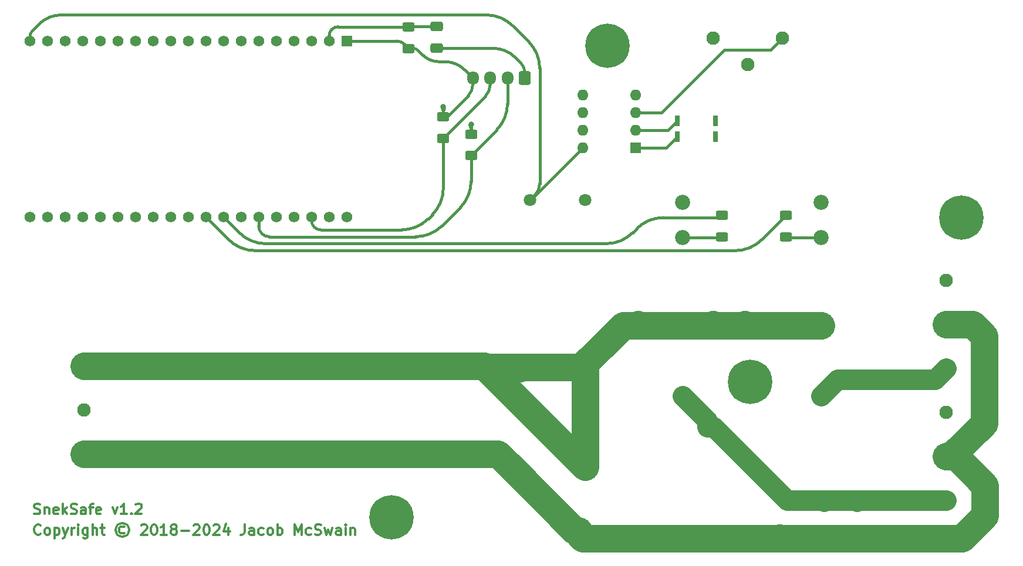
<source format=gtl>
G04 #@! TF.GenerationSoftware,KiCad,Pcbnew,8.0.1*
G04 #@! TF.CreationDate,2024-04-01T00:43:30-05:00*
G04 #@! TF.ProjectId,sneksafe,736e656b-7361-4666-952e-6b696361645f,rev?*
G04 #@! TF.SameCoordinates,Original*
G04 #@! TF.FileFunction,Copper,L1,Top*
G04 #@! TF.FilePolarity,Positive*
%FSLAX46Y46*%
G04 Gerber Fmt 4.6, Leading zero omitted, Abs format (unit mm)*
G04 Created by KiCad (PCBNEW 8.0.1) date 2024-04-01 00:43:30*
%MOMM*%
%LPD*%
G01*
G04 APERTURE LIST*
G04 Aperture macros list*
%AMRoundRect*
0 Rectangle with rounded corners*
0 $1 Rounding radius*
0 $2 $3 $4 $5 $6 $7 $8 $9 X,Y pos of 4 corners*
0 Add a 4 corners polygon primitive as box body*
4,1,4,$2,$3,$4,$5,$6,$7,$8,$9,$2,$3,0*
0 Add four circle primitives for the rounded corners*
1,1,$1+$1,$2,$3*
1,1,$1+$1,$4,$5*
1,1,$1+$1,$6,$7*
1,1,$1+$1,$8,$9*
0 Add four rect primitives between the rounded corners*
20,1,$1+$1,$2,$3,$4,$5,0*
20,1,$1+$1,$4,$5,$6,$7,0*
20,1,$1+$1,$6,$7,$8,$9,0*
20,1,$1+$1,$8,$9,$2,$3,0*%
G04 Aperture macros list end*
%ADD10C,0.300000*%
G04 #@! TA.AperFunction,NonConductor*
%ADD11C,0.300000*%
G04 #@! TD*
G04 #@! TA.AperFunction,SMDPad,CuDef*
%ADD12RoundRect,0.250000X0.625000X-0.400000X0.625000X0.400000X-0.625000X0.400000X-0.625000X-0.400000X0*%
G04 #@! TD*
G04 #@! TA.AperFunction,ComponentPad*
%ADD13R,1.560000X1.560000*%
G04 #@! TD*
G04 #@! TA.AperFunction,ComponentPad*
%ADD14C,1.560000*%
G04 #@! TD*
G04 #@! TA.AperFunction,SMDPad,CuDef*
%ADD15RoundRect,0.250000X-0.625000X0.400000X-0.625000X-0.400000X0.625000X-0.400000X0.625000X0.400000X0*%
G04 #@! TD*
G04 #@! TA.AperFunction,ComponentPad*
%ADD16C,0.800000*%
G04 #@! TD*
G04 #@! TA.AperFunction,ComponentPad*
%ADD17C,6.400000*%
G04 #@! TD*
G04 #@! TA.AperFunction,ComponentPad*
%ADD18C,1.950000*%
G04 #@! TD*
G04 #@! TA.AperFunction,ComponentPad*
%ADD19R,1.600000X1.600000*%
G04 #@! TD*
G04 #@! TA.AperFunction,ComponentPad*
%ADD20O,1.600000X1.600000*%
G04 #@! TD*
G04 #@! TA.AperFunction,ComponentPad*
%ADD21R,1.800000X1.800000*%
G04 #@! TD*
G04 #@! TA.AperFunction,ComponentPad*
%ADD22C,1.800000*%
G04 #@! TD*
G04 #@! TA.AperFunction,SMDPad,CuDef*
%ADD23R,0.700000X1.600000*%
G04 #@! TD*
G04 #@! TA.AperFunction,ComponentPad*
%ADD24RoundRect,0.250000X0.600000X0.725000X-0.600000X0.725000X-0.600000X-0.725000X0.600000X-0.725000X0*%
G04 #@! TD*
G04 #@! TA.AperFunction,ComponentPad*
%ADD25O,1.700000X1.950000*%
G04 #@! TD*
G04 #@! TA.AperFunction,ComponentPad*
%ADD26C,2.175000*%
G04 #@! TD*
G04 #@! TA.AperFunction,SMDPad,CuDef*
%ADD27RoundRect,0.250000X-0.650000X0.412500X-0.650000X-0.412500X0.650000X-0.412500X0.650000X0.412500X0*%
G04 #@! TD*
G04 #@! TA.AperFunction,ViaPad*
%ADD28C,0.800000*%
G04 #@! TD*
G04 #@! TA.AperFunction,Conductor*
%ADD29C,3.000000*%
G04 #@! TD*
G04 #@! TA.AperFunction,Conductor*
%ADD30C,4.000000*%
G04 #@! TD*
G04 #@! TA.AperFunction,Conductor*
%ADD31C,0.400000*%
G04 #@! TD*
G04 APERTURE END LIST*
D10*
D11*
X84411653Y-141657971D02*
X84340225Y-141729400D01*
X84340225Y-141729400D02*
X84125939Y-141800828D01*
X84125939Y-141800828D02*
X83983082Y-141800828D01*
X83983082Y-141800828D02*
X83768796Y-141729400D01*
X83768796Y-141729400D02*
X83625939Y-141586542D01*
X83625939Y-141586542D02*
X83554510Y-141443685D01*
X83554510Y-141443685D02*
X83483082Y-141157971D01*
X83483082Y-141157971D02*
X83483082Y-140943685D01*
X83483082Y-140943685D02*
X83554510Y-140657971D01*
X83554510Y-140657971D02*
X83625939Y-140515114D01*
X83625939Y-140515114D02*
X83768796Y-140372257D01*
X83768796Y-140372257D02*
X83983082Y-140300828D01*
X83983082Y-140300828D02*
X84125939Y-140300828D01*
X84125939Y-140300828D02*
X84340225Y-140372257D01*
X84340225Y-140372257D02*
X84411653Y-140443685D01*
X85268796Y-141800828D02*
X85125939Y-141729400D01*
X85125939Y-141729400D02*
X85054510Y-141657971D01*
X85054510Y-141657971D02*
X84983082Y-141515114D01*
X84983082Y-141515114D02*
X84983082Y-141086542D01*
X84983082Y-141086542D02*
X85054510Y-140943685D01*
X85054510Y-140943685D02*
X85125939Y-140872257D01*
X85125939Y-140872257D02*
X85268796Y-140800828D01*
X85268796Y-140800828D02*
X85483082Y-140800828D01*
X85483082Y-140800828D02*
X85625939Y-140872257D01*
X85625939Y-140872257D02*
X85697368Y-140943685D01*
X85697368Y-140943685D02*
X85768796Y-141086542D01*
X85768796Y-141086542D02*
X85768796Y-141515114D01*
X85768796Y-141515114D02*
X85697368Y-141657971D01*
X85697368Y-141657971D02*
X85625939Y-141729400D01*
X85625939Y-141729400D02*
X85483082Y-141800828D01*
X85483082Y-141800828D02*
X85268796Y-141800828D01*
X86411653Y-140800828D02*
X86411653Y-142300828D01*
X86411653Y-140872257D02*
X86554511Y-140800828D01*
X86554511Y-140800828D02*
X86840225Y-140800828D01*
X86840225Y-140800828D02*
X86983082Y-140872257D01*
X86983082Y-140872257D02*
X87054511Y-140943685D01*
X87054511Y-140943685D02*
X87125939Y-141086542D01*
X87125939Y-141086542D02*
X87125939Y-141515114D01*
X87125939Y-141515114D02*
X87054511Y-141657971D01*
X87054511Y-141657971D02*
X86983082Y-141729400D01*
X86983082Y-141729400D02*
X86840225Y-141800828D01*
X86840225Y-141800828D02*
X86554511Y-141800828D01*
X86554511Y-141800828D02*
X86411653Y-141729400D01*
X87625939Y-140800828D02*
X87983082Y-141800828D01*
X88340225Y-140800828D02*
X87983082Y-141800828D01*
X87983082Y-141800828D02*
X87840225Y-142157971D01*
X87840225Y-142157971D02*
X87768796Y-142229400D01*
X87768796Y-142229400D02*
X87625939Y-142300828D01*
X88911653Y-141800828D02*
X88911653Y-140800828D01*
X88911653Y-141086542D02*
X88983082Y-140943685D01*
X88983082Y-140943685D02*
X89054511Y-140872257D01*
X89054511Y-140872257D02*
X89197368Y-140800828D01*
X89197368Y-140800828D02*
X89340225Y-140800828D01*
X89840224Y-141800828D02*
X89840224Y-140800828D01*
X89840224Y-140300828D02*
X89768796Y-140372257D01*
X89768796Y-140372257D02*
X89840224Y-140443685D01*
X89840224Y-140443685D02*
X89911653Y-140372257D01*
X89911653Y-140372257D02*
X89840224Y-140300828D01*
X89840224Y-140300828D02*
X89840224Y-140443685D01*
X91197368Y-140800828D02*
X91197368Y-142015114D01*
X91197368Y-142015114D02*
X91125939Y-142157971D01*
X91125939Y-142157971D02*
X91054510Y-142229400D01*
X91054510Y-142229400D02*
X90911653Y-142300828D01*
X90911653Y-142300828D02*
X90697368Y-142300828D01*
X90697368Y-142300828D02*
X90554510Y-142229400D01*
X91197368Y-141729400D02*
X91054510Y-141800828D01*
X91054510Y-141800828D02*
X90768796Y-141800828D01*
X90768796Y-141800828D02*
X90625939Y-141729400D01*
X90625939Y-141729400D02*
X90554510Y-141657971D01*
X90554510Y-141657971D02*
X90483082Y-141515114D01*
X90483082Y-141515114D02*
X90483082Y-141086542D01*
X90483082Y-141086542D02*
X90554510Y-140943685D01*
X90554510Y-140943685D02*
X90625939Y-140872257D01*
X90625939Y-140872257D02*
X90768796Y-140800828D01*
X90768796Y-140800828D02*
X91054510Y-140800828D01*
X91054510Y-140800828D02*
X91197368Y-140872257D01*
X91911653Y-141800828D02*
X91911653Y-140300828D01*
X92554511Y-141800828D02*
X92554511Y-141015114D01*
X92554511Y-141015114D02*
X92483082Y-140872257D01*
X92483082Y-140872257D02*
X92340225Y-140800828D01*
X92340225Y-140800828D02*
X92125939Y-140800828D01*
X92125939Y-140800828D02*
X91983082Y-140872257D01*
X91983082Y-140872257D02*
X91911653Y-140943685D01*
X93054511Y-140800828D02*
X93625939Y-140800828D01*
X93268796Y-140300828D02*
X93268796Y-141586542D01*
X93268796Y-141586542D02*
X93340225Y-141729400D01*
X93340225Y-141729400D02*
X93483082Y-141800828D01*
X93483082Y-141800828D02*
X93625939Y-141800828D01*
X96483082Y-140657971D02*
X96340225Y-140586542D01*
X96340225Y-140586542D02*
X96054511Y-140586542D01*
X96054511Y-140586542D02*
X95911654Y-140657971D01*
X95911654Y-140657971D02*
X95768796Y-140800828D01*
X95768796Y-140800828D02*
X95697368Y-140943685D01*
X95697368Y-140943685D02*
X95697368Y-141229400D01*
X95697368Y-141229400D02*
X95768796Y-141372257D01*
X95768796Y-141372257D02*
X95911654Y-141515114D01*
X95911654Y-141515114D02*
X96054511Y-141586542D01*
X96054511Y-141586542D02*
X96340225Y-141586542D01*
X96340225Y-141586542D02*
X96483082Y-141515114D01*
X96197368Y-140086542D02*
X95840225Y-140157971D01*
X95840225Y-140157971D02*
X95483082Y-140372257D01*
X95483082Y-140372257D02*
X95268796Y-140729400D01*
X95268796Y-140729400D02*
X95197368Y-141086542D01*
X95197368Y-141086542D02*
X95268796Y-141443685D01*
X95268796Y-141443685D02*
X95483082Y-141800828D01*
X95483082Y-141800828D02*
X95840225Y-142015114D01*
X95840225Y-142015114D02*
X96197368Y-142086542D01*
X96197368Y-142086542D02*
X96554511Y-142015114D01*
X96554511Y-142015114D02*
X96911654Y-141800828D01*
X96911654Y-141800828D02*
X97125939Y-141443685D01*
X97125939Y-141443685D02*
X97197368Y-141086542D01*
X97197368Y-141086542D02*
X97125939Y-140729400D01*
X97125939Y-140729400D02*
X96911654Y-140372257D01*
X96911654Y-140372257D02*
X96554511Y-140157971D01*
X96554511Y-140157971D02*
X96197368Y-140086542D01*
X98911654Y-140443685D02*
X98983082Y-140372257D01*
X98983082Y-140372257D02*
X99125940Y-140300828D01*
X99125940Y-140300828D02*
X99483082Y-140300828D01*
X99483082Y-140300828D02*
X99625940Y-140372257D01*
X99625940Y-140372257D02*
X99697368Y-140443685D01*
X99697368Y-140443685D02*
X99768797Y-140586542D01*
X99768797Y-140586542D02*
X99768797Y-140729400D01*
X99768797Y-140729400D02*
X99697368Y-140943685D01*
X99697368Y-140943685D02*
X98840225Y-141800828D01*
X98840225Y-141800828D02*
X99768797Y-141800828D01*
X100697368Y-140300828D02*
X100840225Y-140300828D01*
X100840225Y-140300828D02*
X100983082Y-140372257D01*
X100983082Y-140372257D02*
X101054511Y-140443685D01*
X101054511Y-140443685D02*
X101125939Y-140586542D01*
X101125939Y-140586542D02*
X101197368Y-140872257D01*
X101197368Y-140872257D02*
X101197368Y-141229400D01*
X101197368Y-141229400D02*
X101125939Y-141515114D01*
X101125939Y-141515114D02*
X101054511Y-141657971D01*
X101054511Y-141657971D02*
X100983082Y-141729400D01*
X100983082Y-141729400D02*
X100840225Y-141800828D01*
X100840225Y-141800828D02*
X100697368Y-141800828D01*
X100697368Y-141800828D02*
X100554511Y-141729400D01*
X100554511Y-141729400D02*
X100483082Y-141657971D01*
X100483082Y-141657971D02*
X100411653Y-141515114D01*
X100411653Y-141515114D02*
X100340225Y-141229400D01*
X100340225Y-141229400D02*
X100340225Y-140872257D01*
X100340225Y-140872257D02*
X100411653Y-140586542D01*
X100411653Y-140586542D02*
X100483082Y-140443685D01*
X100483082Y-140443685D02*
X100554511Y-140372257D01*
X100554511Y-140372257D02*
X100697368Y-140300828D01*
X102625939Y-141800828D02*
X101768796Y-141800828D01*
X102197367Y-141800828D02*
X102197367Y-140300828D01*
X102197367Y-140300828D02*
X102054510Y-140515114D01*
X102054510Y-140515114D02*
X101911653Y-140657971D01*
X101911653Y-140657971D02*
X101768796Y-140729400D01*
X103483081Y-140943685D02*
X103340224Y-140872257D01*
X103340224Y-140872257D02*
X103268795Y-140800828D01*
X103268795Y-140800828D02*
X103197367Y-140657971D01*
X103197367Y-140657971D02*
X103197367Y-140586542D01*
X103197367Y-140586542D02*
X103268795Y-140443685D01*
X103268795Y-140443685D02*
X103340224Y-140372257D01*
X103340224Y-140372257D02*
X103483081Y-140300828D01*
X103483081Y-140300828D02*
X103768795Y-140300828D01*
X103768795Y-140300828D02*
X103911653Y-140372257D01*
X103911653Y-140372257D02*
X103983081Y-140443685D01*
X103983081Y-140443685D02*
X104054510Y-140586542D01*
X104054510Y-140586542D02*
X104054510Y-140657971D01*
X104054510Y-140657971D02*
X103983081Y-140800828D01*
X103983081Y-140800828D02*
X103911653Y-140872257D01*
X103911653Y-140872257D02*
X103768795Y-140943685D01*
X103768795Y-140943685D02*
X103483081Y-140943685D01*
X103483081Y-140943685D02*
X103340224Y-141015114D01*
X103340224Y-141015114D02*
X103268795Y-141086542D01*
X103268795Y-141086542D02*
X103197367Y-141229400D01*
X103197367Y-141229400D02*
X103197367Y-141515114D01*
X103197367Y-141515114D02*
X103268795Y-141657971D01*
X103268795Y-141657971D02*
X103340224Y-141729400D01*
X103340224Y-141729400D02*
X103483081Y-141800828D01*
X103483081Y-141800828D02*
X103768795Y-141800828D01*
X103768795Y-141800828D02*
X103911653Y-141729400D01*
X103911653Y-141729400D02*
X103983081Y-141657971D01*
X103983081Y-141657971D02*
X104054510Y-141515114D01*
X104054510Y-141515114D02*
X104054510Y-141229400D01*
X104054510Y-141229400D02*
X103983081Y-141086542D01*
X103983081Y-141086542D02*
X103911653Y-141015114D01*
X103911653Y-141015114D02*
X103768795Y-140943685D01*
X104697366Y-141229400D02*
X105840224Y-141229400D01*
X106483081Y-140443685D02*
X106554509Y-140372257D01*
X106554509Y-140372257D02*
X106697367Y-140300828D01*
X106697367Y-140300828D02*
X107054509Y-140300828D01*
X107054509Y-140300828D02*
X107197367Y-140372257D01*
X107197367Y-140372257D02*
X107268795Y-140443685D01*
X107268795Y-140443685D02*
X107340224Y-140586542D01*
X107340224Y-140586542D02*
X107340224Y-140729400D01*
X107340224Y-140729400D02*
X107268795Y-140943685D01*
X107268795Y-140943685D02*
X106411652Y-141800828D01*
X106411652Y-141800828D02*
X107340224Y-141800828D01*
X108268795Y-140300828D02*
X108411652Y-140300828D01*
X108411652Y-140300828D02*
X108554509Y-140372257D01*
X108554509Y-140372257D02*
X108625938Y-140443685D01*
X108625938Y-140443685D02*
X108697366Y-140586542D01*
X108697366Y-140586542D02*
X108768795Y-140872257D01*
X108768795Y-140872257D02*
X108768795Y-141229400D01*
X108768795Y-141229400D02*
X108697366Y-141515114D01*
X108697366Y-141515114D02*
X108625938Y-141657971D01*
X108625938Y-141657971D02*
X108554509Y-141729400D01*
X108554509Y-141729400D02*
X108411652Y-141800828D01*
X108411652Y-141800828D02*
X108268795Y-141800828D01*
X108268795Y-141800828D02*
X108125938Y-141729400D01*
X108125938Y-141729400D02*
X108054509Y-141657971D01*
X108054509Y-141657971D02*
X107983080Y-141515114D01*
X107983080Y-141515114D02*
X107911652Y-141229400D01*
X107911652Y-141229400D02*
X107911652Y-140872257D01*
X107911652Y-140872257D02*
X107983080Y-140586542D01*
X107983080Y-140586542D02*
X108054509Y-140443685D01*
X108054509Y-140443685D02*
X108125938Y-140372257D01*
X108125938Y-140372257D02*
X108268795Y-140300828D01*
X109340223Y-140443685D02*
X109411651Y-140372257D01*
X109411651Y-140372257D02*
X109554509Y-140300828D01*
X109554509Y-140300828D02*
X109911651Y-140300828D01*
X109911651Y-140300828D02*
X110054509Y-140372257D01*
X110054509Y-140372257D02*
X110125937Y-140443685D01*
X110125937Y-140443685D02*
X110197366Y-140586542D01*
X110197366Y-140586542D02*
X110197366Y-140729400D01*
X110197366Y-140729400D02*
X110125937Y-140943685D01*
X110125937Y-140943685D02*
X109268794Y-141800828D01*
X109268794Y-141800828D02*
X110197366Y-141800828D01*
X111483080Y-140800828D02*
X111483080Y-141800828D01*
X111125937Y-140229400D02*
X110768794Y-141300828D01*
X110768794Y-141300828D02*
X111697365Y-141300828D01*
X113840222Y-140300828D02*
X113840222Y-141372257D01*
X113840222Y-141372257D02*
X113768793Y-141586542D01*
X113768793Y-141586542D02*
X113625936Y-141729400D01*
X113625936Y-141729400D02*
X113411650Y-141800828D01*
X113411650Y-141800828D02*
X113268793Y-141800828D01*
X115197365Y-141800828D02*
X115197365Y-141015114D01*
X115197365Y-141015114D02*
X115125936Y-140872257D01*
X115125936Y-140872257D02*
X114983079Y-140800828D01*
X114983079Y-140800828D02*
X114697365Y-140800828D01*
X114697365Y-140800828D02*
X114554507Y-140872257D01*
X115197365Y-141729400D02*
X115054507Y-141800828D01*
X115054507Y-141800828D02*
X114697365Y-141800828D01*
X114697365Y-141800828D02*
X114554507Y-141729400D01*
X114554507Y-141729400D02*
X114483079Y-141586542D01*
X114483079Y-141586542D02*
X114483079Y-141443685D01*
X114483079Y-141443685D02*
X114554507Y-141300828D01*
X114554507Y-141300828D02*
X114697365Y-141229400D01*
X114697365Y-141229400D02*
X115054507Y-141229400D01*
X115054507Y-141229400D02*
X115197365Y-141157971D01*
X116554508Y-141729400D02*
X116411650Y-141800828D01*
X116411650Y-141800828D02*
X116125936Y-141800828D01*
X116125936Y-141800828D02*
X115983079Y-141729400D01*
X115983079Y-141729400D02*
X115911650Y-141657971D01*
X115911650Y-141657971D02*
X115840222Y-141515114D01*
X115840222Y-141515114D02*
X115840222Y-141086542D01*
X115840222Y-141086542D02*
X115911650Y-140943685D01*
X115911650Y-140943685D02*
X115983079Y-140872257D01*
X115983079Y-140872257D02*
X116125936Y-140800828D01*
X116125936Y-140800828D02*
X116411650Y-140800828D01*
X116411650Y-140800828D02*
X116554508Y-140872257D01*
X117411650Y-141800828D02*
X117268793Y-141729400D01*
X117268793Y-141729400D02*
X117197364Y-141657971D01*
X117197364Y-141657971D02*
X117125936Y-141515114D01*
X117125936Y-141515114D02*
X117125936Y-141086542D01*
X117125936Y-141086542D02*
X117197364Y-140943685D01*
X117197364Y-140943685D02*
X117268793Y-140872257D01*
X117268793Y-140872257D02*
X117411650Y-140800828D01*
X117411650Y-140800828D02*
X117625936Y-140800828D01*
X117625936Y-140800828D02*
X117768793Y-140872257D01*
X117768793Y-140872257D02*
X117840222Y-140943685D01*
X117840222Y-140943685D02*
X117911650Y-141086542D01*
X117911650Y-141086542D02*
X117911650Y-141515114D01*
X117911650Y-141515114D02*
X117840222Y-141657971D01*
X117840222Y-141657971D02*
X117768793Y-141729400D01*
X117768793Y-141729400D02*
X117625936Y-141800828D01*
X117625936Y-141800828D02*
X117411650Y-141800828D01*
X118554507Y-141800828D02*
X118554507Y-140300828D01*
X118554507Y-140872257D02*
X118697365Y-140800828D01*
X118697365Y-140800828D02*
X118983079Y-140800828D01*
X118983079Y-140800828D02*
X119125936Y-140872257D01*
X119125936Y-140872257D02*
X119197365Y-140943685D01*
X119197365Y-140943685D02*
X119268793Y-141086542D01*
X119268793Y-141086542D02*
X119268793Y-141515114D01*
X119268793Y-141515114D02*
X119197365Y-141657971D01*
X119197365Y-141657971D02*
X119125936Y-141729400D01*
X119125936Y-141729400D02*
X118983079Y-141800828D01*
X118983079Y-141800828D02*
X118697365Y-141800828D01*
X118697365Y-141800828D02*
X118554507Y-141729400D01*
X121054507Y-141800828D02*
X121054507Y-140300828D01*
X121054507Y-140300828D02*
X121554507Y-141372257D01*
X121554507Y-141372257D02*
X122054507Y-140300828D01*
X122054507Y-140300828D02*
X122054507Y-141800828D01*
X123411651Y-141729400D02*
X123268793Y-141800828D01*
X123268793Y-141800828D02*
X122983079Y-141800828D01*
X122983079Y-141800828D02*
X122840222Y-141729400D01*
X122840222Y-141729400D02*
X122768793Y-141657971D01*
X122768793Y-141657971D02*
X122697365Y-141515114D01*
X122697365Y-141515114D02*
X122697365Y-141086542D01*
X122697365Y-141086542D02*
X122768793Y-140943685D01*
X122768793Y-140943685D02*
X122840222Y-140872257D01*
X122840222Y-140872257D02*
X122983079Y-140800828D01*
X122983079Y-140800828D02*
X123268793Y-140800828D01*
X123268793Y-140800828D02*
X123411651Y-140872257D01*
X123983079Y-141729400D02*
X124197365Y-141800828D01*
X124197365Y-141800828D02*
X124554507Y-141800828D01*
X124554507Y-141800828D02*
X124697365Y-141729400D01*
X124697365Y-141729400D02*
X124768793Y-141657971D01*
X124768793Y-141657971D02*
X124840222Y-141515114D01*
X124840222Y-141515114D02*
X124840222Y-141372257D01*
X124840222Y-141372257D02*
X124768793Y-141229400D01*
X124768793Y-141229400D02*
X124697365Y-141157971D01*
X124697365Y-141157971D02*
X124554507Y-141086542D01*
X124554507Y-141086542D02*
X124268793Y-141015114D01*
X124268793Y-141015114D02*
X124125936Y-140943685D01*
X124125936Y-140943685D02*
X124054507Y-140872257D01*
X124054507Y-140872257D02*
X123983079Y-140729400D01*
X123983079Y-140729400D02*
X123983079Y-140586542D01*
X123983079Y-140586542D02*
X124054507Y-140443685D01*
X124054507Y-140443685D02*
X124125936Y-140372257D01*
X124125936Y-140372257D02*
X124268793Y-140300828D01*
X124268793Y-140300828D02*
X124625936Y-140300828D01*
X124625936Y-140300828D02*
X124840222Y-140372257D01*
X125340221Y-140800828D02*
X125625936Y-141800828D01*
X125625936Y-141800828D02*
X125911650Y-141086542D01*
X125911650Y-141086542D02*
X126197364Y-141800828D01*
X126197364Y-141800828D02*
X126483078Y-140800828D01*
X127697365Y-141800828D02*
X127697365Y-141015114D01*
X127697365Y-141015114D02*
X127625936Y-140872257D01*
X127625936Y-140872257D02*
X127483079Y-140800828D01*
X127483079Y-140800828D02*
X127197365Y-140800828D01*
X127197365Y-140800828D02*
X127054507Y-140872257D01*
X127697365Y-141729400D02*
X127554507Y-141800828D01*
X127554507Y-141800828D02*
X127197365Y-141800828D01*
X127197365Y-141800828D02*
X127054507Y-141729400D01*
X127054507Y-141729400D02*
X126983079Y-141586542D01*
X126983079Y-141586542D02*
X126983079Y-141443685D01*
X126983079Y-141443685D02*
X127054507Y-141300828D01*
X127054507Y-141300828D02*
X127197365Y-141229400D01*
X127197365Y-141229400D02*
X127554507Y-141229400D01*
X127554507Y-141229400D02*
X127697365Y-141157971D01*
X128411650Y-141800828D02*
X128411650Y-140800828D01*
X128411650Y-140300828D02*
X128340222Y-140372257D01*
X128340222Y-140372257D02*
X128411650Y-140443685D01*
X128411650Y-140443685D02*
X128483079Y-140372257D01*
X128483079Y-140372257D02*
X128411650Y-140300828D01*
X128411650Y-140300828D02*
X128411650Y-140443685D01*
X129125936Y-140800828D02*
X129125936Y-141800828D01*
X129125936Y-140943685D02*
X129197365Y-140872257D01*
X129197365Y-140872257D02*
X129340222Y-140800828D01*
X129340222Y-140800828D02*
X129554508Y-140800828D01*
X129554508Y-140800828D02*
X129697365Y-140872257D01*
X129697365Y-140872257D02*
X129768794Y-141015114D01*
X129768794Y-141015114D02*
X129768794Y-141800828D01*
D10*
D11*
X83483082Y-138729400D02*
X83697368Y-138800828D01*
X83697368Y-138800828D02*
X84054510Y-138800828D01*
X84054510Y-138800828D02*
X84197368Y-138729400D01*
X84197368Y-138729400D02*
X84268796Y-138657971D01*
X84268796Y-138657971D02*
X84340225Y-138515114D01*
X84340225Y-138515114D02*
X84340225Y-138372257D01*
X84340225Y-138372257D02*
X84268796Y-138229400D01*
X84268796Y-138229400D02*
X84197368Y-138157971D01*
X84197368Y-138157971D02*
X84054510Y-138086542D01*
X84054510Y-138086542D02*
X83768796Y-138015114D01*
X83768796Y-138015114D02*
X83625939Y-137943685D01*
X83625939Y-137943685D02*
X83554510Y-137872257D01*
X83554510Y-137872257D02*
X83483082Y-137729400D01*
X83483082Y-137729400D02*
X83483082Y-137586542D01*
X83483082Y-137586542D02*
X83554510Y-137443685D01*
X83554510Y-137443685D02*
X83625939Y-137372257D01*
X83625939Y-137372257D02*
X83768796Y-137300828D01*
X83768796Y-137300828D02*
X84125939Y-137300828D01*
X84125939Y-137300828D02*
X84340225Y-137372257D01*
X84983081Y-137800828D02*
X84983081Y-138800828D01*
X84983081Y-137943685D02*
X85054510Y-137872257D01*
X85054510Y-137872257D02*
X85197367Y-137800828D01*
X85197367Y-137800828D02*
X85411653Y-137800828D01*
X85411653Y-137800828D02*
X85554510Y-137872257D01*
X85554510Y-137872257D02*
X85625939Y-138015114D01*
X85625939Y-138015114D02*
X85625939Y-138800828D01*
X86911653Y-138729400D02*
X86768796Y-138800828D01*
X86768796Y-138800828D02*
X86483082Y-138800828D01*
X86483082Y-138800828D02*
X86340224Y-138729400D01*
X86340224Y-138729400D02*
X86268796Y-138586542D01*
X86268796Y-138586542D02*
X86268796Y-138015114D01*
X86268796Y-138015114D02*
X86340224Y-137872257D01*
X86340224Y-137872257D02*
X86483082Y-137800828D01*
X86483082Y-137800828D02*
X86768796Y-137800828D01*
X86768796Y-137800828D02*
X86911653Y-137872257D01*
X86911653Y-137872257D02*
X86983082Y-138015114D01*
X86983082Y-138015114D02*
X86983082Y-138157971D01*
X86983082Y-138157971D02*
X86268796Y-138300828D01*
X87625938Y-138800828D02*
X87625938Y-137300828D01*
X87768796Y-138229400D02*
X88197367Y-138800828D01*
X88197367Y-137800828D02*
X87625938Y-138372257D01*
X88768796Y-138729400D02*
X88983082Y-138800828D01*
X88983082Y-138800828D02*
X89340224Y-138800828D01*
X89340224Y-138800828D02*
X89483082Y-138729400D01*
X89483082Y-138729400D02*
X89554510Y-138657971D01*
X89554510Y-138657971D02*
X89625939Y-138515114D01*
X89625939Y-138515114D02*
X89625939Y-138372257D01*
X89625939Y-138372257D02*
X89554510Y-138229400D01*
X89554510Y-138229400D02*
X89483082Y-138157971D01*
X89483082Y-138157971D02*
X89340224Y-138086542D01*
X89340224Y-138086542D02*
X89054510Y-138015114D01*
X89054510Y-138015114D02*
X88911653Y-137943685D01*
X88911653Y-137943685D02*
X88840224Y-137872257D01*
X88840224Y-137872257D02*
X88768796Y-137729400D01*
X88768796Y-137729400D02*
X88768796Y-137586542D01*
X88768796Y-137586542D02*
X88840224Y-137443685D01*
X88840224Y-137443685D02*
X88911653Y-137372257D01*
X88911653Y-137372257D02*
X89054510Y-137300828D01*
X89054510Y-137300828D02*
X89411653Y-137300828D01*
X89411653Y-137300828D02*
X89625939Y-137372257D01*
X90911653Y-138800828D02*
X90911653Y-138015114D01*
X90911653Y-138015114D02*
X90840224Y-137872257D01*
X90840224Y-137872257D02*
X90697367Y-137800828D01*
X90697367Y-137800828D02*
X90411653Y-137800828D01*
X90411653Y-137800828D02*
X90268795Y-137872257D01*
X90911653Y-138729400D02*
X90768795Y-138800828D01*
X90768795Y-138800828D02*
X90411653Y-138800828D01*
X90411653Y-138800828D02*
X90268795Y-138729400D01*
X90268795Y-138729400D02*
X90197367Y-138586542D01*
X90197367Y-138586542D02*
X90197367Y-138443685D01*
X90197367Y-138443685D02*
X90268795Y-138300828D01*
X90268795Y-138300828D02*
X90411653Y-138229400D01*
X90411653Y-138229400D02*
X90768795Y-138229400D01*
X90768795Y-138229400D02*
X90911653Y-138157971D01*
X91411653Y-137800828D02*
X91983081Y-137800828D01*
X91625938Y-138800828D02*
X91625938Y-137515114D01*
X91625938Y-137515114D02*
X91697367Y-137372257D01*
X91697367Y-137372257D02*
X91840224Y-137300828D01*
X91840224Y-137300828D02*
X91983081Y-137300828D01*
X93054510Y-138729400D02*
X92911653Y-138800828D01*
X92911653Y-138800828D02*
X92625939Y-138800828D01*
X92625939Y-138800828D02*
X92483081Y-138729400D01*
X92483081Y-138729400D02*
X92411653Y-138586542D01*
X92411653Y-138586542D02*
X92411653Y-138015114D01*
X92411653Y-138015114D02*
X92483081Y-137872257D01*
X92483081Y-137872257D02*
X92625939Y-137800828D01*
X92625939Y-137800828D02*
X92911653Y-137800828D01*
X92911653Y-137800828D02*
X93054510Y-137872257D01*
X93054510Y-137872257D02*
X93125939Y-138015114D01*
X93125939Y-138015114D02*
X93125939Y-138157971D01*
X93125939Y-138157971D02*
X92411653Y-138300828D01*
X94768795Y-137800828D02*
X95125938Y-138800828D01*
X95125938Y-138800828D02*
X95483081Y-137800828D01*
X96840224Y-138800828D02*
X95983081Y-138800828D01*
X96411652Y-138800828D02*
X96411652Y-137300828D01*
X96411652Y-137300828D02*
X96268795Y-137515114D01*
X96268795Y-137515114D02*
X96125938Y-137657971D01*
X96125938Y-137657971D02*
X95983081Y-137729400D01*
X97483080Y-138657971D02*
X97554509Y-138729400D01*
X97554509Y-138729400D02*
X97483080Y-138800828D01*
X97483080Y-138800828D02*
X97411652Y-138729400D01*
X97411652Y-138729400D02*
X97483080Y-138657971D01*
X97483080Y-138657971D02*
X97483080Y-138800828D01*
X98125938Y-137443685D02*
X98197366Y-137372257D01*
X98197366Y-137372257D02*
X98340224Y-137300828D01*
X98340224Y-137300828D02*
X98697366Y-137300828D01*
X98697366Y-137300828D02*
X98840224Y-137372257D01*
X98840224Y-137372257D02*
X98911652Y-137443685D01*
X98911652Y-137443685D02*
X98983081Y-137586542D01*
X98983081Y-137586542D02*
X98983081Y-137729400D01*
X98983081Y-137729400D02*
X98911652Y-137943685D01*
X98911652Y-137943685D02*
X98054509Y-138800828D01*
X98054509Y-138800828D02*
X98983081Y-138800828D01*
D12*
X142500000Y-84550000D03*
X142500000Y-81450000D03*
X146500000Y-87050000D03*
X146500000Y-83950000D03*
D13*
X128560000Y-70500000D03*
D14*
X126020000Y-70500000D03*
X123480000Y-70500000D03*
X120940000Y-70500000D03*
X118400000Y-70500000D03*
X115860000Y-70500000D03*
X113320000Y-70500000D03*
X110780000Y-70500000D03*
X108240000Y-70500000D03*
X105700000Y-70500000D03*
X103160000Y-70500000D03*
X100620000Y-70500000D03*
X98080000Y-70500000D03*
X95540000Y-70500000D03*
X93000000Y-70500000D03*
X90460000Y-70500000D03*
X87920000Y-70500000D03*
X85380000Y-70500000D03*
X82840000Y-70500000D03*
X128560000Y-95900000D03*
X126020000Y-95900000D03*
X123480000Y-95900000D03*
X120940000Y-95900000D03*
X118400000Y-95900000D03*
X115860000Y-95900000D03*
X113320000Y-95900000D03*
X110780000Y-95900000D03*
X108240000Y-95900000D03*
X105700000Y-95900000D03*
X103160000Y-95900000D03*
X100620000Y-95900000D03*
X98080000Y-95900000D03*
X95540000Y-95900000D03*
X93000000Y-95900000D03*
X90460000Y-95900000D03*
X87920000Y-95900000D03*
X85380000Y-95900000D03*
X82840000Y-95900000D03*
D15*
X137500000Y-68480000D03*
X137500000Y-71580000D03*
X191938500Y-95700000D03*
X191938500Y-98800000D03*
D16*
X184350000Y-119750000D03*
X185052944Y-118052944D03*
X185052944Y-121447056D03*
X186750000Y-117350000D03*
D17*
X186750000Y-119750000D03*
D16*
X186750000Y-122150000D03*
X188447056Y-118052944D03*
X188447056Y-121447056D03*
X189150000Y-119750000D03*
X214850000Y-96000000D03*
X215552944Y-94302944D03*
X215552944Y-97697056D03*
X217250000Y-93600000D03*
D17*
X217250000Y-96000000D03*
D16*
X217250000Y-98400000D03*
X218947056Y-94302944D03*
X218947056Y-97697056D03*
X219650000Y-96000000D03*
X163800000Y-71200000D03*
X164502944Y-69502944D03*
X164502944Y-72897056D03*
X166200000Y-68800000D03*
D17*
X166200000Y-71200000D03*
D16*
X166200000Y-73600000D03*
X167897056Y-69502944D03*
X167897056Y-72897056D03*
X168600000Y-71200000D03*
D18*
X215000000Y-136850000D03*
X215000000Y-130500000D03*
X215000000Y-124150000D03*
X215000000Y-117800000D03*
X215000000Y-111450000D03*
X215000000Y-105100000D03*
D19*
X170220000Y-85940000D03*
D20*
X170220000Y-83400000D03*
X170220000Y-80860000D03*
X170220000Y-78320000D03*
X162600000Y-78320000D03*
X162600000Y-80860000D03*
X162600000Y-83400000D03*
X162600000Y-85940000D03*
D21*
X152250000Y-132000000D03*
D22*
X163000000Y-132000000D03*
X163000000Y-93500000D03*
X155000000Y-93500000D03*
D15*
X182688500Y-95700000D03*
X182688500Y-98800000D03*
D23*
X176250000Y-84350000D03*
X181750000Y-84350000D03*
X181750000Y-82050000D03*
X176250000Y-82050000D03*
D16*
X132600000Y-139250000D03*
X133302944Y-137552944D03*
X133302944Y-140947056D03*
X135000000Y-136850000D03*
D17*
X135000000Y-139250000D03*
D16*
X135000000Y-141650000D03*
X136697056Y-137552944D03*
X136697056Y-140947056D03*
X137400000Y-139250000D03*
D24*
X154250000Y-75850000D03*
D25*
X151750000Y-75850000D03*
X149250000Y-75850000D03*
X146750000Y-75850000D03*
D26*
X177000000Y-121740000D03*
X177000000Y-111580000D03*
X177000000Y-98880000D03*
X177000000Y-93800000D03*
D27*
X141500000Y-68437500D03*
X141500000Y-71562500D03*
D18*
X90650000Y-117395000D03*
X90650000Y-123745000D03*
X90650000Y-130095000D03*
X181400000Y-70100000D03*
X186400000Y-73900000D03*
X191400000Y-70100000D03*
D26*
X197000000Y-121740000D03*
X197000000Y-111580000D03*
X197000000Y-98880000D03*
X197000000Y-93800000D03*
D28*
X207200000Y-136800000D03*
X193200000Y-136800000D03*
X202200000Y-137000000D03*
X180600000Y-126200000D03*
X189800000Y-134400000D03*
X184600000Y-128800000D03*
X187000000Y-131600000D03*
X179000000Y-123400000D03*
X197400000Y-137000000D03*
X94800000Y-117200000D03*
X148600000Y-117600000D03*
X126400000Y-117400000D03*
X170600000Y-111400000D03*
X131200000Y-117400000D03*
X137400000Y-117400000D03*
X154800000Y-123800000D03*
X106600000Y-117400000D03*
X158000000Y-127000000D03*
X158200000Y-117600000D03*
X97400000Y-117200000D03*
X153600000Y-117800000D03*
X143200000Y-117400000D03*
X151400000Y-120400000D03*
X121600000Y-117400000D03*
X162800000Y-127000000D03*
X186000000Y-111400000D03*
X166000000Y-114000000D03*
X101600000Y-117400000D03*
X117200000Y-117400000D03*
X112200000Y-117400000D03*
X162600000Y-122800000D03*
X163000000Y-117200000D03*
X191000000Y-111600000D03*
X174800000Y-111600000D03*
X181400000Y-111400000D03*
X204800000Y-119400000D03*
X210000000Y-119400000D03*
X200600000Y-119600000D03*
X218800000Y-133000000D03*
X142000000Y-130000000D03*
X191000000Y-142200000D03*
X220800000Y-119000000D03*
X198000000Y-142400000D03*
X218600000Y-128000000D03*
X148000000Y-130000000D03*
X106600000Y-130000000D03*
X102800000Y-130200000D03*
X220400000Y-135600000D03*
X125800000Y-130000000D03*
X218600000Y-111800000D03*
X220000000Y-140600000D03*
X134800000Y-130000000D03*
X119000000Y-130000000D03*
X98400000Y-130200000D03*
X178200000Y-142600000D03*
X95000000Y-130400000D03*
X207800000Y-142600000D03*
X220800000Y-123200000D03*
X215400000Y-142600000D03*
X184400000Y-142400000D03*
X221000000Y-114600000D03*
X156000000Y-136200000D03*
X169400000Y-142400000D03*
X162000000Y-141200000D03*
X111800000Y-130200000D03*
X142500000Y-80000000D03*
X146500000Y-82500000D03*
D29*
X202050000Y-136850000D02*
X202200000Y-137000000D01*
X197400000Y-137000000D02*
X197550000Y-136850000D01*
X177000000Y-121740000D02*
X180600000Y-125340000D01*
X202200000Y-137000000D02*
X202350000Y-136850000D01*
X197550000Y-136850000D02*
X202050000Y-136850000D01*
X180600000Y-125340000D02*
X180600000Y-126200000D01*
X192110000Y-136850000D02*
X197250000Y-136850000D01*
X202350000Y-136850000D02*
X215000000Y-136850000D01*
X180600000Y-126200000D02*
X181460000Y-126200000D01*
X197250000Y-136850000D02*
X197400000Y-137000000D01*
X181460000Y-126200000D02*
X192110000Y-136850000D01*
D30*
X158200000Y-117600000D02*
X162400000Y-117600000D01*
X163000000Y-132000000D02*
X148395000Y-117395000D01*
X153800000Y-117600000D02*
X158200000Y-117600000D01*
X162400000Y-117600000D02*
X163000000Y-117000000D01*
X148395000Y-117395000D02*
X90650000Y-117395000D01*
X181400000Y-111400000D02*
X181580000Y-111580000D01*
X166000000Y-114000000D02*
X168420000Y-111580000D01*
X148600000Y-117600000D02*
X153400000Y-117600000D01*
X181220000Y-111580000D02*
X181400000Y-111400000D01*
X153400000Y-117600000D02*
X153600000Y-117800000D01*
X168420000Y-111580000D02*
X170420000Y-111580000D01*
X163000000Y-117000000D02*
X166000000Y-114000000D01*
X153600000Y-117800000D02*
X153800000Y-117600000D01*
X170420000Y-111580000D02*
X170600000Y-111400000D01*
X181580000Y-111580000D02*
X185820000Y-111580000D01*
X186000000Y-111400000D02*
X186180000Y-111580000D01*
X185820000Y-111580000D02*
X186000000Y-111400000D01*
X170600000Y-111400000D02*
X170780000Y-111580000D01*
X170780000Y-111580000D02*
X177000000Y-111580000D01*
X186180000Y-111580000D02*
X197000000Y-111580000D01*
X177000000Y-111580000D02*
X181220000Y-111580000D01*
X163000000Y-132000000D02*
X163000000Y-117000000D01*
D31*
X113053707Y-98173707D02*
X110780000Y-95900000D01*
X182538500Y-95850000D02*
X182688500Y-95700000D01*
X174253963Y-96000000D02*
X182176367Y-96000000D01*
X170406206Y-97593792D02*
X169826292Y-98173707D01*
X116901463Y-99767500D02*
X165978536Y-99767500D01*
X169826292Y-98173707D02*
G75*
G02*
X165978536Y-99767510I-3847792J3847807D01*
G01*
X182538499Y-95849999D02*
G75*
G02*
X182176367Y-95999986I-362099J362099D01*
G01*
X113053708Y-98173706D02*
G75*
G03*
X116901463Y-99767510I3847792J3847806D01*
G01*
X174253963Y-96000000D02*
G75*
G03*
X170406215Y-97593801I37J-5441600D01*
G01*
X149662150Y-71562500D02*
X141500000Y-71562500D01*
X154250000Y-75050000D02*
X154250000Y-75850000D01*
X153684314Y-73684314D02*
X152906250Y-72906250D01*
X153684314Y-73684314D02*
G75*
G02*
X154249991Y-75050000I-1365714J-1365686D01*
G01*
X152906250Y-72906250D02*
G75*
G03*
X149662150Y-71562521I-3244050J-3244050D01*
G01*
D29*
X199340000Y-119400000D02*
X197000000Y-121740000D01*
X213400000Y-119400000D02*
X199340000Y-119400000D01*
X215000000Y-117800000D02*
X213400000Y-119400000D01*
D31*
X111513707Y-99173707D02*
X108240000Y-95900000D01*
X188464792Y-99173707D02*
X191938500Y-95700000D01*
X115361463Y-100767500D02*
X184617036Y-100767500D01*
X188464792Y-99173707D02*
G75*
G02*
X184617036Y-100767510I-3847792J3847807D01*
G01*
X111513708Y-99173706D02*
G75*
G03*
X115361463Y-100767510I3847792J3847806D01*
G01*
D30*
X215685713Y-130500000D02*
X215000000Y-130500000D01*
X162000000Y-141200000D02*
X162000000Y-141750000D01*
X220600000Y-134671825D02*
X220600000Y-139028174D01*
X215000000Y-130500000D02*
X216428175Y-130500000D01*
X161450000Y-141200000D02*
X162000000Y-141200000D01*
X162600000Y-142350000D02*
X190850000Y-142350000D01*
X220500000Y-113100000D02*
X220500000Y-125685713D01*
X162000000Y-141750000D02*
X162600000Y-142350000D01*
X216428175Y-130500000D02*
X220600000Y-134671825D01*
X90650000Y-130095000D02*
X150345000Y-130095000D01*
X191000000Y-142200000D02*
X191150000Y-142350000D01*
X217278174Y-142350000D02*
X220600000Y-139028174D01*
X152250000Y-132000000D02*
X161450000Y-141200000D01*
X215000000Y-111450000D02*
X218850000Y-111450000D01*
X150345000Y-130095000D02*
X152250000Y-132000000D01*
X220500000Y-125685713D02*
X215685713Y-130500000D01*
X191150000Y-142350000D02*
X217278174Y-142350000D01*
X218850000Y-111450000D02*
X220500000Y-113100000D01*
X190850000Y-142350000D02*
X191000000Y-142200000D01*
D31*
X156400000Y-74453963D02*
X156400000Y-91110050D01*
X155000000Y-93500000D02*
X155700000Y-92800000D01*
X82840000Y-69955000D02*
X82840000Y-70500000D01*
X155700000Y-92800000D02*
X155740000Y-92800000D01*
X87380904Y-66750000D02*
X148696036Y-66750000D01*
X154806207Y-70606207D02*
X152543792Y-68343792D01*
X155740000Y-92800000D02*
X162600000Y-85940000D01*
X84169999Y-68079999D02*
X83225373Y-69024626D01*
X152543791Y-68343793D02*
G75*
G03*
X148696036Y-66749990I-3847791J-3847807D01*
G01*
X83225373Y-69024626D02*
G75*
G03*
X82839986Y-69955000I930327J-930374D01*
G01*
X87380904Y-66750000D02*
G75*
G03*
X84169999Y-68079999I-4J-4540900D01*
G01*
X154806206Y-70606208D02*
G75*
G02*
X156400010Y-74453963I-3847806J-3847792D01*
G01*
X156400000Y-91110050D02*
G75*
G02*
X155699985Y-92799985I-2390000J50D01*
G01*
X123480000Y-96440000D02*
X123480000Y-95900000D01*
X140326292Y-96173706D02*
X140906207Y-95593792D01*
X136478536Y-97767500D02*
X124824346Y-97767500D01*
X123873750Y-97373750D02*
X123861837Y-97361837D01*
X142500000Y-84550000D02*
X142500000Y-91746036D01*
X149250000Y-76825000D02*
X149250000Y-75850000D01*
X142500000Y-84550000D02*
X148560570Y-78489429D01*
X140326292Y-96173706D02*
G75*
G02*
X136478536Y-97767509I-3847792J3847806D01*
G01*
X123873750Y-97373750D02*
G75*
G03*
X124824346Y-97767451I950550J950650D01*
G01*
X142500000Y-91746036D02*
G75*
G02*
X140906200Y-95593785I-5441600J36D01*
G01*
X123480000Y-96440000D02*
G75*
G03*
X123861832Y-97361842I1303700J0D01*
G01*
X149250000Y-76825000D02*
G75*
G02*
X148560579Y-78489438I-2353900J0D01*
G01*
X182551931Y-98880000D02*
X177000000Y-98880000D01*
X182648500Y-98840000D02*
X182688500Y-98800000D01*
X182648500Y-98840000D02*
G75*
G02*
X182551931Y-98880013I-96600J96600D01*
G01*
X191978500Y-98840000D02*
X191938500Y-98800000D01*
X192075068Y-98880000D02*
X197000000Y-98880000D01*
X191978500Y-98840000D02*
G75*
G03*
X192075068Y-98880013I96600J96600D01*
G01*
X146500000Y-82500000D02*
X146500000Y-83950000D01*
X141878858Y-73500000D02*
X142738299Y-73500000D01*
X139525000Y-72525000D02*
X138921231Y-71921231D01*
X142500000Y-81175000D02*
X142500000Y-80000000D01*
X138025000Y-71550000D02*
X137500000Y-71550000D01*
X143244454Y-81255545D02*
X146078248Y-78421751D01*
X145575000Y-74675000D02*
X146078248Y-75178248D01*
X135707537Y-70500000D02*
X128560000Y-70500000D01*
X136975000Y-71025000D02*
X137500000Y-71550000D01*
X136975000Y-71025000D02*
G75*
G03*
X135707537Y-70499985I-1267500J-1267500D01*
G01*
X142500000Y-81175000D02*
G75*
G03*
X142775000Y-81450000I275000J0D01*
G01*
X139525000Y-72525000D02*
G75*
G03*
X141878858Y-73500017I2353900J2353900D01*
G01*
X146078247Y-75178249D02*
G75*
G02*
X146750000Y-76800000I-1621747J-1621751D01*
G01*
X138921230Y-71921232D02*
G75*
G03*
X138025000Y-71550012I-896230J-896268D01*
G01*
X145575000Y-74675000D02*
G75*
G03*
X142738299Y-73500001I-2836700J-2836700D01*
G01*
X146750000Y-76800000D02*
G75*
G02*
X146078248Y-78421751I-2293500J0D01*
G01*
X143244453Y-81255544D02*
G75*
G02*
X142775000Y-81450001I-469453J469444D01*
G01*
X144906207Y-94593792D02*
X142326292Y-97173707D01*
X146500000Y-87050000D02*
X146500000Y-90746036D01*
X138478536Y-98767500D02*
X117409199Y-98767500D01*
X146500000Y-87050000D02*
X150156207Y-83393792D01*
X151750000Y-79546036D02*
X151750000Y-75850000D01*
X115860000Y-97218300D02*
X115860000Y-95900000D01*
X146500000Y-90746036D02*
G75*
G02*
X144906200Y-94593785I-5441600J36D01*
G01*
X151750000Y-79546036D02*
G75*
G02*
X150156200Y-83393785I-5441600J36D01*
G01*
X142326292Y-97173707D02*
G75*
G02*
X138478536Y-98767510I-3847792J3847807D01*
G01*
X116313750Y-98313750D02*
G75*
G03*
X117409199Y-98767500I1095450J1095450D01*
G01*
X115860000Y-97218300D02*
G75*
G03*
X116313750Y-98313750I1549200J0D01*
G01*
X126020000Y-69781543D02*
X126020000Y-70500000D01*
X137521338Y-68437500D02*
X141500000Y-68437500D01*
X137491161Y-68450000D02*
X127351543Y-68450000D01*
X137506249Y-68443749D02*
G75*
G02*
X137491161Y-68449983I-15049J15049D01*
G01*
X127351543Y-68450000D02*
G75*
G03*
X126409987Y-68839987I-43J-1331500D01*
G01*
X137521338Y-68437500D02*
G75*
G03*
X137506239Y-68443739I-38J-21300D01*
G01*
X126410000Y-68840000D02*
G75*
G03*
X126020018Y-69781543I941500J-941500D01*
G01*
X170220000Y-80860000D02*
X173940000Y-80860000D01*
X183000000Y-71800000D02*
X189700000Y-71800000D01*
X173940000Y-80860000D02*
X183000000Y-71800000D01*
X189700000Y-71800000D02*
X191400000Y-70100000D01*
X174660000Y-85940000D02*
X176250000Y-84350000D01*
X170220000Y-85940000D02*
X174660000Y-85940000D01*
X170220000Y-83400000D02*
X174900000Y-83400000D01*
X174900000Y-83400000D02*
X176250000Y-82050000D01*
G04 #@! TA.AperFunction,Conductor*
G36*
X146860155Y-82649155D02*
G01*
X146866473Y-82655502D01*
X146866971Y-82662920D01*
X146702289Y-83291266D01*
X146696876Y-83298400D01*
X146690971Y-83300000D01*
X146309029Y-83300000D01*
X146300756Y-83296573D01*
X146297711Y-83291266D01*
X146282585Y-83233553D01*
X146133028Y-82662918D01*
X146134246Y-82654049D01*
X146139842Y-82649156D01*
X146495500Y-82500875D01*
X146504449Y-82500855D01*
X146860155Y-82649155D01*
G37*
G04 #@! TD.AperFunction*
G04 #@! TA.AperFunction,Conductor*
G36*
X142860155Y-80149155D02*
G01*
X142866473Y-80155502D01*
X142866971Y-80162920D01*
X142702289Y-80791266D01*
X142696876Y-80798400D01*
X142690971Y-80800000D01*
X142309029Y-80800000D01*
X142300756Y-80796573D01*
X142297711Y-80791266D01*
X142282585Y-80733553D01*
X142133028Y-80162918D01*
X142134246Y-80154049D01*
X142139842Y-80149156D01*
X142495500Y-80000875D01*
X142504449Y-80000855D01*
X142860155Y-80149155D01*
G37*
G04 #@! TD.AperFunction*
M02*

</source>
